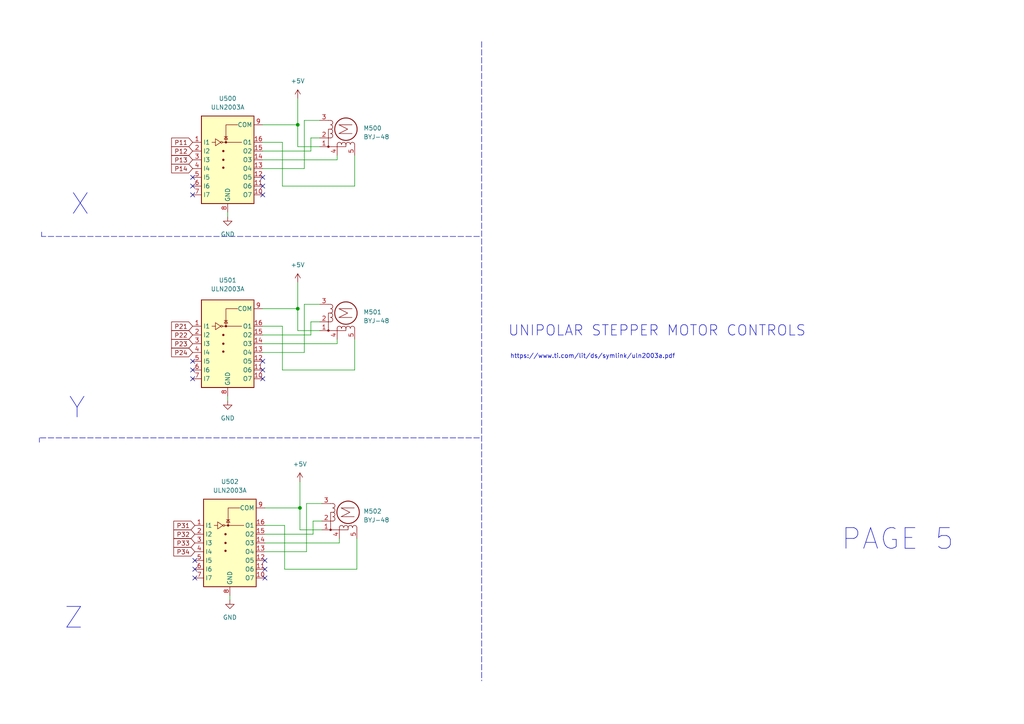
<source format=kicad_sch>
(kicad_sch (version 20211123) (generator eeschema)
  (paper "A4")
  (title_block (title "Gimble Board") (date "2022-07-04") (rev "0.2") (company "Emin Yaren"))
  (lib_symbols
    (symbol "Motor:Stepper_Motor_unipolar_5pin" (pin_names (offset 0) hide)
      (property "Reference" "M" (at 3.81 2.54 0))
      (property "Value" "Stepper_Motor_unipolar_5pin" (at 3.81 1.27 0))
      (symbol "Stepper_Motor_unipolar_5pin_0_0"
        (polyline (pts (xy -1.27 -1.778) (xy -1.27 2.032) (xy 0 -0.508) (xy 1.27 2.032) (xy 1.27 -1.778)))
      )
      (symbol "Stepper_Motor_unipolar_5pin_0_1"
        (circle (center -5.08 5.08) (radius 0.0001) (fill (type outline)))
        (circle (center -5.08 5.08) (radius 0.254) (fill (type outline)))
        (arc (start -4.445 -2.54) (mid -3.81 -1.905) (end -4.445 -1.27))
        (arc (start -4.445 -1.27) (mid -3.81 -0.635) (end -4.445 0))
        (arc (start -4.445 0) (mid -3.81 0.635) (end -4.445 1.27))
        (arc (start -4.445 1.27) (mid -3.81 1.905) (end -4.445 2.54))
        (arc (start -2.54 4.445) (mid -1.905 3.81) (end -1.27 4.445))
        (arc (start -1.27 4.445) (mid -0.635 3.81) (end 0 4.445))
        (polyline (pts (xy -5.08 -2.54) (xy -4.445 -2.54)))
        (polyline (pts (xy -5.08 2.54) (xy -4.445 2.54)))
        (polyline (pts (xy -2.54 4.445) (xy -2.54 5.08)))
        (polyline (pts (xy 2.54 4.445) (xy 2.54 5.08)))
        (polyline (pts (xy -5.08 5.08) (xy -5.08 0) (xy -4.445 0)))
        (polyline (pts (xy 0 4.445) (xy 0 5.08) (xy -5.08 5.08)))
        (circle (center 0 0) (radius 3.2512) (stroke (width 0.254)))
        (arc (start 0 4.445) (mid 0.635 3.81) (end 1.27 4.445))
        (arc (start 1.27 4.445) (mid 1.905 3.81) (end 2.54 4.445))
      )
      (symbol "Stepper_Motor_unipolar_5pin_1_1"
        (pin passive line (at -5.08 7.62 270) (length 2.54) (name "~") (number "1"))
        (pin passive line (at -2.54 7.62 270) (length 2.54) (name "~") (number "2"))
        (pin passive line (at 2.54 7.62 270) (length 2.54) (name "-") (number "3"))
        (pin passive line (at -7.62 2.54 0) (length 2.54) (name "~") (number "4"))
        (pin passive line (at -7.62 -2.54 0) (length 2.54) (name "~") (number "5"))
      )
    )
    (symbol "Transistor_Array:ULN2003A"
      (property "Reference" "U" (at 0 15.875 0))
      (property "Value" "ULN2003A" (at 0 13.97 0))
      (symbol "ULN2003A_0_1"
        (rectangle (start -7.62 -12.7) (end 7.62 12.7) (stroke (width 0.254)) (fill (type background)))
        (circle (center -1.778 5.08) (radius 0.254))
        (circle (center -1.27 -2.286) (radius 0.254) (fill (type outline)))
        (circle (center -1.27 0) (radius 0.254) (fill (type outline)))
        (circle (center -1.27 2.54) (radius 0.254) (fill (type outline)))
        (circle (center -0.508 5.08) (radius 0.254) (fill (type outline)))
        (polyline (pts (xy -4.572 5.08) (xy -3.556 5.08)))
        (polyline (pts (xy -1.524 5.08) (xy 4.064 5.08)))
        (polyline (pts (xy 0 6.731) (xy -1.016 6.731)))
        (polyline (pts (xy -0.508 5.08) (xy -0.508 10.16) (xy 2.921 10.16)))
        (polyline (pts (xy -3.556 6.096) (xy -3.556 4.064) (xy -2.032 5.08) (xy -3.556 6.096)))
        (polyline (pts (xy 0 5.969) (xy -1.016 5.969) (xy -0.508 6.731) (xy 0 5.969)))
      )
      (symbol "ULN2003A_1_1"
        (pin input line (at -10.16 5.08 0) (length 2.54) (name "I1") (number "1"))
        (pin open_collector line (at 10.16 -10.16 180) (length 2.54) (name "O7") (number "10"))
        (pin open_collector line (at 10.16 -7.62 180) (length 2.54) (name "O6") (number "11"))
        (pin open_collector line (at 10.16 -5.08 180) (length 2.54) (name "O5") (number "12"))
        (pin open_collector line (at 10.16 -2.54 180) (length 2.54) (name "O4") (number "13"))
        (pin open_collector line (at 10.16 0 180) (length 2.54) (name "O3") (number "14"))
        (pin open_collector line (at 10.16 2.54 180) (length 2.54) (name "O2") (number "15"))
        (pin open_collector line (at 10.16 5.08 180) (length 2.54) (name "O1") (number "16"))
        (pin input line (at -10.16 2.54 0) (length 2.54) (name "I2") (number "2"))
        (pin input line (at -10.16 0 0) (length 2.54) (name "I3") (number "3"))
        (pin input line (at -10.16 -2.54 0) (length 2.54) (name "I4") (number "4"))
        (pin input line (at -10.16 -5.08 0) (length 2.54) (name "I5") (number "5"))
        (pin input line (at -10.16 -7.62 0) (length 2.54) (name "I6") (number "6"))
        (pin input line (at -10.16 -10.16 0) (length 2.54) (name "I7") (number "7"))
        (pin power_in line (at 0 -15.24 90) (length 2.54) (name "GND") (number "8"))
        (pin passive line (at 10.16 10.16 180) (length 2.54) (name "COM") (number "9"))
      )
    )
    (symbol "power:+5V" (power) (pin_names (offset 0))
      (property "Value" "+5V" (at 0 3.556 0))
      (symbol "+5V_0_1"
        (polyline (pts (xy -0.762 1.27) (xy 0 2.54)))
        (polyline (pts (xy 0 0) (xy 0 2.54)))
        (polyline (pts (xy 0 2.54) (xy 0.762 1.27)))
      )
      (symbol "+5V_1_1"
        (pin power_in line (at 0 0 90) (length 0) hide (name "+5V") (number "1"))
      )
    )
    (symbol "power:GND" (power) (pin_names (offset 0))
      (property "Value" "GND" (at 0 -3.81 0))
      (symbol "GND_0_1"
        (polyline (pts (xy 0 0) (xy 0 -1.27) (xy 1.27 -1.27) (xy 0 -2.54) (xy -1.27 -1.27) (xy 0 -1.27)))
      )
      (symbol "GND_1_1"
        (pin power_in line (at 0 0 270) (length 0) hide (name "GND") (number "1"))
      )
    )
  )
  (junction (at 86.36 36.195))
  (junction (at 86.36 89.535))
  (junction (at 86.995 147.32))
  (no_connect (at 56.515 162.56))
  (no_connect (at 56.515 167.64))
  (no_connect (at 55.88 104.775))
  (no_connect (at 56.515 165.1))
  (no_connect (at 76.835 165.1))
  (no_connect (at 76.2 53.975))
  (no_connect (at 76.2 51.435))
  (no_connect (at 55.88 56.515))
  (no_connect (at 55.88 53.975))
  (no_connect (at 55.88 51.435))
  (no_connect (at 76.2 56.515))
  (no_connect (at 55.88 109.855))
  (no_connect (at 55.88 107.315))
  (no_connect (at 76.2 109.855))
  (no_connect (at 76.2 104.775))
  (no_connect (at 76.835 167.64))
  (no_connect (at 76.2 107.315))
  (no_connect (at 76.835 162.56))
  (wire (pts (xy 97.79 45.085) (xy 97.79 46.355)))
  (wire (pts (xy 76.2 36.195) (xy 86.36 36.195)))
  (wire (pts (xy 88.265 88.265) (xy 88.265 102.235)))
  (wire (pts (xy 88.265 48.895) (xy 76.2 48.895)))
  (polyline (pts (xy 139.7 12.065) (xy 139.7 197.485)))
  (wire (pts (xy 88.9 160.02) (xy 76.835 160.02)))
  (wire (pts (xy 86.36 89.535) (xy 86.36 81.915)))
  (wire (pts (xy 81.915 53.975) (xy 81.915 41.275)))
  (wire (pts (xy 86.36 95.885) (xy 86.36 89.535)))
  (wire (pts (xy 93.345 153.67) (xy 86.995 153.67)))
  (wire (pts (xy 76.2 41.275) (xy 81.915 41.275)))
  (polyline (pts (xy 139.065 127) (xy 11.43 127)))
  (wire (pts (xy 90.17 97.155) (xy 76.2 97.155)))
  (wire (pts (xy 102.87 98.425) (xy 102.87 107.315)))
  (wire (pts (xy 90.17 93.345) (xy 90.17 97.155)))
  (wire (pts (xy 86.995 153.67) (xy 86.995 147.32)))
  (wire (pts (xy 103.505 156.21) (xy 103.505 165.1)))
  (wire (pts (xy 86.995 147.32) (xy 86.995 139.7)))
  (wire (pts (xy 88.265 34.925) (xy 88.265 48.895)))
  (wire (pts (xy 102.87 45.085) (xy 102.87 53.975)))
  (wire (pts (xy 98.425 157.48) (xy 76.835 157.48)))
  (wire (pts (xy 86.36 36.195) (xy 86.36 28.575)))
  (wire (pts (xy 92.71 40.005) (xy 90.17 40.005)))
  (wire (pts (xy 98.425 156.21) (xy 98.425 157.48)))
  (wire (pts (xy 97.79 46.355) (xy 76.2 46.355)))
  (polyline (pts (xy 11.43 127) (xy 11.43 128.27)))
  (wire (pts (xy 76.835 152.4) (xy 82.55 152.4)))
  (wire (pts (xy 66.04 114.935) (xy 66.04 116.205)))
  (wire (pts (xy 90.805 151.13) (xy 90.805 154.94)))
  (wire (pts (xy 102.87 53.975) (xy 81.915 53.975)))
  (wire (pts (xy 88.265 102.235) (xy 76.2 102.235)))
  (wire (pts (xy 90.17 40.005) (xy 90.17 43.815)))
  (wire (pts (xy 93.345 151.13) (xy 90.805 151.13)))
  (wire (pts (xy 88.9 146.05) (xy 88.9 160.02)))
  (wire (pts (xy 97.79 98.425) (xy 97.79 99.695)))
  (wire (pts (xy 76.2 94.615) (xy 81.915 94.615)))
  (wire (pts (xy 102.87 107.315) (xy 81.915 107.315)))
  (wire (pts (xy 81.915 107.315) (xy 81.915 94.615)))
  (wire (pts (xy 86.36 42.545) (xy 86.36 36.195)))
  (wire (pts (xy 92.71 34.925) (xy 88.265 34.925)))
  (wire (pts (xy 92.71 95.885) (xy 86.36 95.885)))
  (wire (pts (xy 92.71 42.545) (xy 86.36 42.545)))
  (wire (pts (xy 90.17 43.815) (xy 76.2 43.815)))
  (wire (pts (xy 93.345 146.05) (xy 88.9 146.05)))
  (wire (pts (xy 103.505 165.1) (xy 82.55 165.1)))
  (wire (pts (xy 92.71 88.265) (xy 88.265 88.265)))
  (wire (pts (xy 82.55 165.1) (xy 82.55 152.4)))
  (wire (pts (xy 97.79 99.695) (xy 76.2 99.695)))
  (wire (pts (xy 92.71 93.345) (xy 90.17 93.345)))
  (polyline (pts (xy 12.065 68.58) (xy 12.065 67.31)))
  (wire (pts (xy 90.805 154.94) (xy 76.835 154.94)))
  (polyline (pts (xy 139.065 68.58) (xy 12.065 68.58)))
  (wire (pts (xy 66.675 172.72) (xy 66.675 173.99)))
  (wire (pts (xy 76.2 89.535) (xy 86.36 89.535)))
  (wire (pts (xy 76.835 147.32) (xy 86.995 147.32)))
  (wire (pts (xy 66.04 61.595) (xy 66.04 62.865)))
  (text "UNIPOLAR STEPPER MOTOR CONTROLS" (at 147.32 97.79 0) (effects (font (size 3 3)) (justify left bottom)))
  (text "https://www.ti.com/lit/ds/symlink/uln2003a.pdf" (at 147.955 104.14 0) (effects (font (size 1.27 1.27)) (justify left bottom)))
  (text "PAGE 5" (at 243.84 160.02 0) (effects (font (size 6 6)) (justify left bottom)))
  (text "Z" (at 18.415 182.88 0) (effects (font (size 6 6)) (justify left bottom)))
  (text "X" (at 20.32 62.865 0) (effects (font (size 6 6)) (justify left bottom)))
  (text "Y" (at 19.685 121.92 0) (effects (font (size 6 6)) (justify left bottom)))
  (global_label "P21" (shape input) (at 55.88 94.615 180) (property "Intersheet References" "${INTERSHEET_REFS}" (effects hide)))
  (global_label "P22" (shape input) (at 55.88 97.155 180) (property "Intersheet References" "${INTERSHEET_REFS}" (effects hide)))
  (global_label "P13" (shape input) (at 55.88 46.355 180) (property "Intersheet References" "${INTERSHEET_REFS}" (effects hide)))
  (global_label "P32" (shape input) (at 56.515 154.94 180) (property "Intersheet References" "${INTERSHEET_REFS}" (effects hide)))
  (global_label "P11" (shape input) (at 55.88 41.275 180) (property "Intersheet References" "${INTERSHEET_REFS}" (effects hide)))
  (global_label "P31" (shape input) (at 56.515 152.4 180) (property "Intersheet References" "${INTERSHEET_REFS}" (effects hide)))
  (global_label "P23" (shape input) (at 55.88 99.695 180) (property "Intersheet References" "${INTERSHEET_REFS}" (effects hide)))
  (global_label "P34" (shape input) (at 56.515 160.02 180) (property "Intersheet References" "${INTERSHEET_REFS}" (effects hide)))
  (global_label "P24" (shape input) (at 55.88 102.235 180) (property "Intersheet References" "${INTERSHEET_REFS}" (effects hide)))
  (global_label "P14" (shape input) (at 55.88 48.895 180) (property "Intersheet References" "${INTERSHEET_REFS}" (effects hide)))
  (global_label "P12" (shape input) (at 55.88 43.815 180) (property "Intersheet References" "${INTERSHEET_REFS}" (effects hide)))
  (global_label "P33" (shape input) (at 56.515 157.48 180) (property "Intersheet References" "${INTERSHEET_REFS}" (effects hide)))
  (symbol (lib_id "Motor:Stepper_Motor_unipolar_5pin") (at 100.33 37.465 90) (unit 1)
    (property "Reference" "M500" (at 105.41 37.1728 90) (effects (justify right)))
    (property "Value" "BYJ-48" (at 105.41 39.7128 90) (effects (justify right)))
    (property "Footprint" "Connector_PinHeader_1.00mm:PinHeader_1x05_P1.00mm_Vertical" (effects hide))
    (property "Datasheet" "http://www.infineon.com/dgdl/Application-Note-TLE8110EE_driving_UniPolarStepperMotor_V1.1.pdf?fileId=db3a30431be39b97011be5d0aa0a00b0" (effects hide))
  )
  (symbol (lib_id "Transistor_Array:ULN2003A") (at 66.04 99.695 0) (unit 1)
    (property "Reference" "U501" (at 66.04 81.28 0))
    (property "Value" "ULN2003A" (at 66.04 83.82 0))
    (property "Footprint" "Package_SO:SOIC-16_3.9x9.9mm_P1.27mm" (effects hide))
    (property "Datasheet" "http://www.ti.com/lit/ds/symlink/uln2003a.pdf" (effects hide))
  )
  (symbol (lib_id "Motor:Stepper_Motor_unipolar_5pin") (at 100.965 148.59 90) (unit 1)
    (property "Reference" "M502" (at 105.41 148.2978 90) (effects (justify right)))
    (property "Value" "BYJ-48" (at 105.41 150.8378 90) (effects (justify right)))
    (property "Footprint" "Connector_PinHeader_1.00mm:PinHeader_1x05_P1.00mm_Vertical" (effects hide))
    (property "Datasheet" "http://www.infineon.com/dgdl/Application-Note-TLE8110EE_driving_UniPolarStepperMotor_V1.1.pdf?fileId=db3a30431be39b97011be5d0aa0a00b0" (effects hide))
  )
  (symbol (lib_id "power:+5V") (at 86.995 139.7 0) (unit 1)
    (property "Reference" "#PWR0135" (effects hide))
    (property "Value" "+5V" (at 86.995 134.62 0))
  )
  (symbol (lib_id "Transistor_Array:ULN2003A") (at 66.04 46.355 0) (unit 1)
    (property "Reference" "U500" (at 66.04 28.575 0))
    (property "Value" "ULN2003A" (at 66.04 31.115 0))
    (property "Footprint" "Package_SO:SOIC-16_3.9x9.9mm_P1.27mm" (effects hide))
    (property "Datasheet" "http://www.ti.com/lit/ds/symlink/uln2003a.pdf" (effects hide))
  )
  (symbol (lib_id "power:GND") (at 66.04 116.205 0) (unit 1)
    (property "Reference" "#PWR0139" (effects hide))
    (property "Value" "GND" (at 66.04 121.285 0))
  )
  (symbol (lib_id "Transistor_Array:ULN2003A") (at 66.675 157.48 0) (unit 1)
    (property "Reference" "U502" (at 66.675 139.7 0))
    (property "Value" "ULN2003A" (at 66.675 142.24 0))
    (property "Footprint" "Package_SO:SOIC-16_3.9x9.9mm_P1.27mm" (effects hide))
    (property "Datasheet" "http://www.ti.com/lit/ds/symlink/uln2003a.pdf" (effects hide))
  )
  (symbol (lib_id "power:+5V") (at 86.36 81.915 0) (unit 1)
    (property "Reference" "#PWR0138" (effects hide))
    (property "Value" "+5V" (at 86.36 76.835 0))
  )
  (symbol (lib_id "Motor:Stepper_Motor_unipolar_5pin") (at 100.33 90.805 90) (unit 1)
    (property "Reference" "M501" (at 105.41 90.5128 90) (effects (justify right)))
    (property "Value" "BYJ-48" (at 105.41 93.0528 90) (effects (justify right)))
    (property "Footprint" "Connector_PinHeader_1.00mm:PinHeader_1x05_P1.00mm_Vertical" (effects hide))
    (property "Datasheet" "http://www.infineon.com/dgdl/Application-Note-TLE8110EE_driving_UniPolarStepperMotor_V1.1.pdf?fileId=db3a30431be39b97011be5d0aa0a00b0" (effects hide))
  )
  (symbol (lib_id "power:GND") (at 66.675 173.99 0) (unit 1)
    (property "Reference" "#PWR0134" (effects hide))
    (property "Value" "GND" (at 66.675 179.07 0))
  )
  (symbol (lib_id "power:GND") (at 66.04 62.865 0) (unit 1)
    (property "Reference" "#PWR0137" (effects hide))
    (property "Value" "GND" (at 66.04 67.945 0))
  )
  (symbol (lib_id "power:+5V") (at 86.36 28.575 0) (unit 1)
    (property "Reference" "#PWR0136" (effects hide))
    (property "Value" "+5V" (at 86.36 23.495 0))
  )
)
</source>
